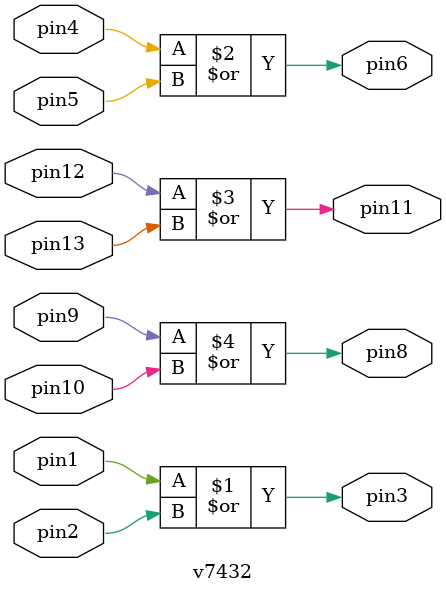
<source format=v>
`timescale 1ns / 1ns // `timescale time_unit/time_precision

module mux2to1(x, y, s, m);
	input x; //select 0
    input y; //select 1
    input s; //select signal
    output m; //output
	 
	 wire w0, w1, w2;
	 
	 v7404 u0(s,,,,,,w0,,,,,);
	 v7408 u1(w0,w1,y,,,,x,s,w2,,,);
	 v7432 u2(w1,m,,,,,w2,,,,,);

endmodule

module v7404 (pin1, pin3, pin5, pin9, pin11, pin13, pin2, pin4, pin6, pin8,
pin10, pin12);
	input pin1, pin3, pin5, pin9, pin11, pin13;
	output pin2, pin4, pin6, pin8, pin10, pin12;
	
	assign pin2 = ~pin1;
	assign pin4 = ~pin3;
	assign pin6 = ~pin5;
	assign pin8 = ~pin9;
	assign pin10 = ~pin11;
	assign pin12 = ~pin13;

endmodule

module v7408 (pin1, pin3, pin5, pin9, pin11, pin13, pin2, pin4, pin6, pin8,
pin10, pin12);
	input pin1, pin2, pin4, pin5, pin9, pin10, pin12, pin13;
	output pin3, pin6, pin11, pin8;
	
	assign pin3 = pin1 & pin2;
	assign pin6 = pin4 & pin5;
	assign pin11 = pin12 & pin13;
	assign pin8 = pin9 & pin10;
	
endmodule

module v7432 (pin1, pin3, pin5, pin9, pin11, pin13, pin2, pin4, pin6, pin8,
pin10, pin12);
	input pin1, pin2, pin4, pin5, pin9, pin10, pin12, pin13;
	output pin3, pin6, pin11, pin8;
	
	assign pin3 = pin1 | pin2;
	assign pin6 = pin4 | pin5;
	assign pin11 = pin12 | pin13;
	assign pin8 = pin9 | pin10;

endmodule

</source>
